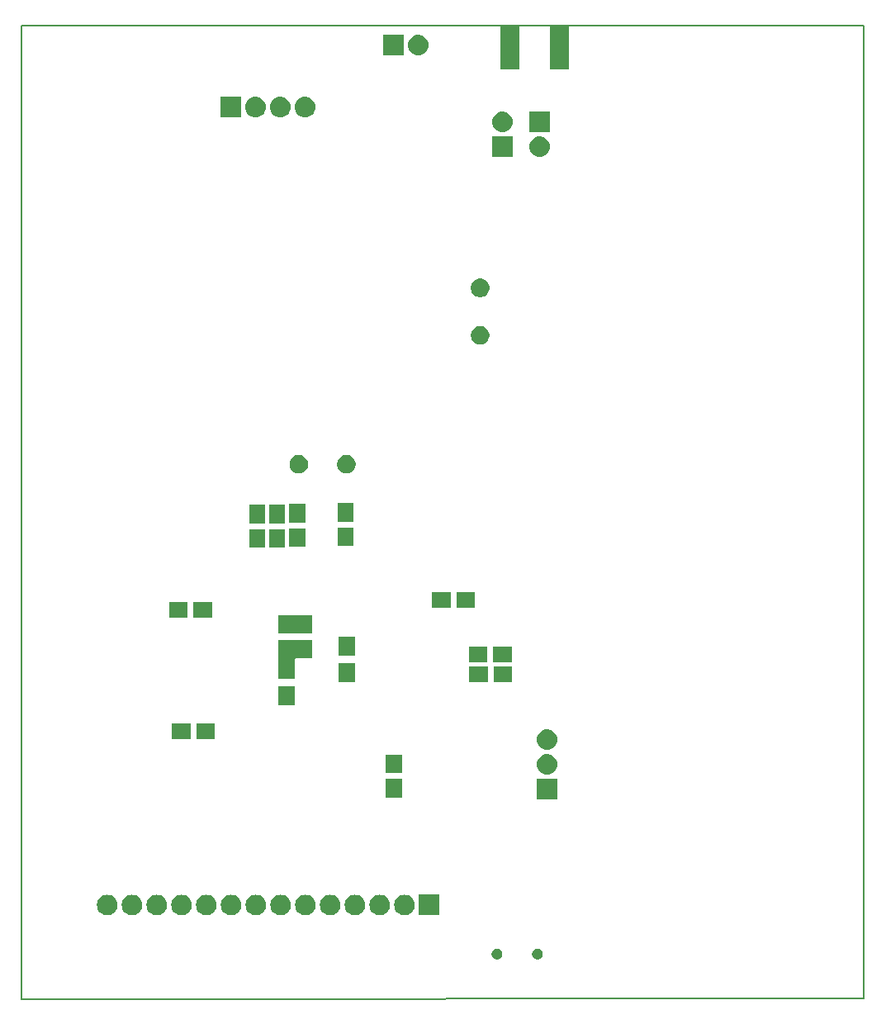
<source format=gbs>
G04 #@! TF.GenerationSoftware,KiCad,Pcbnew,(5.0.1)-3*
G04 #@! TF.CreationDate,2018-12-03T23:59:26+01:00*
G04 #@! TF.ProjectId,antennaanalyzernx,616E74656E6E61616E616C797A65726E,rev?*
G04 #@! TF.SameCoordinates,Original*
G04 #@! TF.FileFunction,Soldermask,Bot*
G04 #@! TF.FilePolarity,Negative*
%FSLAX46Y46*%
G04 Gerber Fmt 4.6, Leading zero omitted, Abs format (unit mm)*
G04 Created by KiCad (PCBNEW (5.0.1)-3) date 2018-12-03 23:59:26*
%MOMM*%
%LPD*%
G01*
G04 APERTURE LIST*
%ADD10C,0.150000*%
%ADD11C,0.100000*%
G04 APERTURE END LIST*
D10*
X21336000Y-119811800D02*
X21336000Y-19989800D01*
X107696000Y-119781800D02*
X21336000Y-119811800D01*
X107696000Y-19989800D02*
X107696000Y-119781800D01*
X21336000Y-19989800D02*
X107696000Y-19989800D01*
D11*
G36*
X74300590Y-114667845D02*
X74371429Y-114681936D01*
X74471523Y-114723397D01*
X74561607Y-114783589D01*
X74638211Y-114860193D01*
X74638213Y-114860196D01*
X74698403Y-114950277D01*
X74739864Y-115050371D01*
X74761000Y-115156630D01*
X74761000Y-115264970D01*
X74739864Y-115371229D01*
X74698403Y-115471323D01*
X74638211Y-115561407D01*
X74561607Y-115638011D01*
X74561604Y-115638013D01*
X74471523Y-115698203D01*
X74371429Y-115739664D01*
X74300590Y-115753755D01*
X74265171Y-115760800D01*
X74156829Y-115760800D01*
X74121410Y-115753755D01*
X74050571Y-115739664D01*
X73950477Y-115698203D01*
X73860396Y-115638013D01*
X73860393Y-115638011D01*
X73783789Y-115561407D01*
X73723597Y-115471323D01*
X73682136Y-115371229D01*
X73661000Y-115264970D01*
X73661000Y-115156630D01*
X73682136Y-115050371D01*
X73723597Y-114950277D01*
X73783787Y-114860196D01*
X73783789Y-114860193D01*
X73860393Y-114783589D01*
X73950477Y-114723397D01*
X74050571Y-114681936D01*
X74121410Y-114667845D01*
X74156829Y-114660800D01*
X74265171Y-114660800D01*
X74300590Y-114667845D01*
X74300590Y-114667845D01*
G37*
G36*
X70150590Y-114667845D02*
X70221429Y-114681936D01*
X70321523Y-114723397D01*
X70411607Y-114783589D01*
X70488211Y-114860193D01*
X70488213Y-114860196D01*
X70548403Y-114950277D01*
X70589864Y-115050371D01*
X70611000Y-115156630D01*
X70611000Y-115264970D01*
X70589864Y-115371229D01*
X70548403Y-115471323D01*
X70488211Y-115561407D01*
X70411607Y-115638011D01*
X70411604Y-115638013D01*
X70321523Y-115698203D01*
X70221429Y-115739664D01*
X70150590Y-115753755D01*
X70115171Y-115760800D01*
X70006829Y-115760800D01*
X69971410Y-115753755D01*
X69900571Y-115739664D01*
X69800477Y-115698203D01*
X69710396Y-115638013D01*
X69710393Y-115638011D01*
X69633789Y-115561407D01*
X69573597Y-115471323D01*
X69532136Y-115371229D01*
X69511000Y-115264970D01*
X69511000Y-115156630D01*
X69532136Y-115050371D01*
X69573597Y-114950277D01*
X69633787Y-114860196D01*
X69633789Y-114860193D01*
X69710393Y-114783589D01*
X69800477Y-114723397D01*
X69900571Y-114681936D01*
X69971410Y-114667845D01*
X70006829Y-114660800D01*
X70115171Y-114660800D01*
X70150590Y-114667845D01*
X70150590Y-114667845D01*
G37*
G36*
X58154707Y-109139396D02*
X58231836Y-109146993D01*
X58363787Y-109187020D01*
X58429763Y-109207033D01*
X58612172Y-109304533D01*
X58772054Y-109435746D01*
X58903267Y-109595628D01*
X59000767Y-109778037D01*
X59000767Y-109778038D01*
X59060807Y-109975964D01*
X59081080Y-110181800D01*
X59060807Y-110387636D01*
X59020780Y-110519587D01*
X59000767Y-110585563D01*
X58903267Y-110767972D01*
X58772054Y-110927854D01*
X58612172Y-111059067D01*
X58429763Y-111156567D01*
X58363787Y-111176580D01*
X58231836Y-111216607D01*
X58154707Y-111224204D01*
X58077580Y-111231800D01*
X57974420Y-111231800D01*
X57897293Y-111224204D01*
X57820164Y-111216607D01*
X57688213Y-111176580D01*
X57622237Y-111156567D01*
X57439828Y-111059067D01*
X57279946Y-110927854D01*
X57148733Y-110767972D01*
X57051233Y-110585563D01*
X57031220Y-110519587D01*
X56991193Y-110387636D01*
X56970920Y-110181800D01*
X56991193Y-109975964D01*
X57051233Y-109778038D01*
X57051233Y-109778037D01*
X57148733Y-109595628D01*
X57279946Y-109435746D01*
X57439828Y-109304533D01*
X57622237Y-109207033D01*
X57688213Y-109187020D01*
X57820164Y-109146993D01*
X57897293Y-109139396D01*
X57974420Y-109131800D01*
X58077580Y-109131800D01*
X58154707Y-109139396D01*
X58154707Y-109139396D01*
G37*
G36*
X32754707Y-109139396D02*
X32831836Y-109146993D01*
X32963787Y-109187020D01*
X33029763Y-109207033D01*
X33212172Y-109304533D01*
X33372054Y-109435746D01*
X33503267Y-109595628D01*
X33600767Y-109778037D01*
X33600767Y-109778038D01*
X33660807Y-109975964D01*
X33681080Y-110181800D01*
X33660807Y-110387636D01*
X33620780Y-110519587D01*
X33600767Y-110585563D01*
X33503267Y-110767972D01*
X33372054Y-110927854D01*
X33212172Y-111059067D01*
X33029763Y-111156567D01*
X32963787Y-111176580D01*
X32831836Y-111216607D01*
X32754707Y-111224204D01*
X32677580Y-111231800D01*
X32574420Y-111231800D01*
X32497293Y-111224204D01*
X32420164Y-111216607D01*
X32288213Y-111176580D01*
X32222237Y-111156567D01*
X32039828Y-111059067D01*
X31879946Y-110927854D01*
X31748733Y-110767972D01*
X31651233Y-110585563D01*
X31631220Y-110519587D01*
X31591193Y-110387636D01*
X31570920Y-110181800D01*
X31591193Y-109975964D01*
X31651233Y-109778038D01*
X31651233Y-109778037D01*
X31748733Y-109595628D01*
X31879946Y-109435746D01*
X32039828Y-109304533D01*
X32222237Y-109207033D01*
X32288213Y-109187020D01*
X32420164Y-109146993D01*
X32497293Y-109139396D01*
X32574420Y-109131800D01*
X32677580Y-109131800D01*
X32754707Y-109139396D01*
X32754707Y-109139396D01*
G37*
G36*
X35294707Y-109139396D02*
X35371836Y-109146993D01*
X35503787Y-109187020D01*
X35569763Y-109207033D01*
X35752172Y-109304533D01*
X35912054Y-109435746D01*
X36043267Y-109595628D01*
X36140767Y-109778037D01*
X36140767Y-109778038D01*
X36200807Y-109975964D01*
X36221080Y-110181800D01*
X36200807Y-110387636D01*
X36160780Y-110519587D01*
X36140767Y-110585563D01*
X36043267Y-110767972D01*
X35912054Y-110927854D01*
X35752172Y-111059067D01*
X35569763Y-111156567D01*
X35503787Y-111176580D01*
X35371836Y-111216607D01*
X35294707Y-111224204D01*
X35217580Y-111231800D01*
X35114420Y-111231800D01*
X35037293Y-111224204D01*
X34960164Y-111216607D01*
X34828213Y-111176580D01*
X34762237Y-111156567D01*
X34579828Y-111059067D01*
X34419946Y-110927854D01*
X34288733Y-110767972D01*
X34191233Y-110585563D01*
X34171220Y-110519587D01*
X34131193Y-110387636D01*
X34110920Y-110181800D01*
X34131193Y-109975964D01*
X34191233Y-109778038D01*
X34191233Y-109778037D01*
X34288733Y-109595628D01*
X34419946Y-109435746D01*
X34579828Y-109304533D01*
X34762237Y-109207033D01*
X34828213Y-109187020D01*
X34960164Y-109146993D01*
X35037293Y-109139396D01*
X35114420Y-109131800D01*
X35217580Y-109131800D01*
X35294707Y-109139396D01*
X35294707Y-109139396D01*
G37*
G36*
X37834707Y-109139396D02*
X37911836Y-109146993D01*
X38043787Y-109187020D01*
X38109763Y-109207033D01*
X38292172Y-109304533D01*
X38452054Y-109435746D01*
X38583267Y-109595628D01*
X38680767Y-109778037D01*
X38680767Y-109778038D01*
X38740807Y-109975964D01*
X38761080Y-110181800D01*
X38740807Y-110387636D01*
X38700780Y-110519587D01*
X38680767Y-110585563D01*
X38583267Y-110767972D01*
X38452054Y-110927854D01*
X38292172Y-111059067D01*
X38109763Y-111156567D01*
X38043787Y-111176580D01*
X37911836Y-111216607D01*
X37834707Y-111224204D01*
X37757580Y-111231800D01*
X37654420Y-111231800D01*
X37577293Y-111224204D01*
X37500164Y-111216607D01*
X37368213Y-111176580D01*
X37302237Y-111156567D01*
X37119828Y-111059067D01*
X36959946Y-110927854D01*
X36828733Y-110767972D01*
X36731233Y-110585563D01*
X36711220Y-110519587D01*
X36671193Y-110387636D01*
X36650920Y-110181800D01*
X36671193Y-109975964D01*
X36731233Y-109778038D01*
X36731233Y-109778037D01*
X36828733Y-109595628D01*
X36959946Y-109435746D01*
X37119828Y-109304533D01*
X37302237Y-109207033D01*
X37368213Y-109187020D01*
X37500164Y-109146993D01*
X37577293Y-109139396D01*
X37654420Y-109131800D01*
X37757580Y-109131800D01*
X37834707Y-109139396D01*
X37834707Y-109139396D01*
G37*
G36*
X40374707Y-109139396D02*
X40451836Y-109146993D01*
X40583787Y-109187020D01*
X40649763Y-109207033D01*
X40832172Y-109304533D01*
X40992054Y-109435746D01*
X41123267Y-109595628D01*
X41220767Y-109778037D01*
X41220767Y-109778038D01*
X41280807Y-109975964D01*
X41301080Y-110181800D01*
X41280807Y-110387636D01*
X41240780Y-110519587D01*
X41220767Y-110585563D01*
X41123267Y-110767972D01*
X40992054Y-110927854D01*
X40832172Y-111059067D01*
X40649763Y-111156567D01*
X40583787Y-111176580D01*
X40451836Y-111216607D01*
X40374707Y-111224204D01*
X40297580Y-111231800D01*
X40194420Y-111231800D01*
X40117293Y-111224204D01*
X40040164Y-111216607D01*
X39908213Y-111176580D01*
X39842237Y-111156567D01*
X39659828Y-111059067D01*
X39499946Y-110927854D01*
X39368733Y-110767972D01*
X39271233Y-110585563D01*
X39251220Y-110519587D01*
X39211193Y-110387636D01*
X39190920Y-110181800D01*
X39211193Y-109975964D01*
X39271233Y-109778038D01*
X39271233Y-109778037D01*
X39368733Y-109595628D01*
X39499946Y-109435746D01*
X39659828Y-109304533D01*
X39842237Y-109207033D01*
X39908213Y-109187020D01*
X40040164Y-109146993D01*
X40117293Y-109139396D01*
X40194420Y-109131800D01*
X40297580Y-109131800D01*
X40374707Y-109139396D01*
X40374707Y-109139396D01*
G37*
G36*
X42914707Y-109139396D02*
X42991836Y-109146993D01*
X43123787Y-109187020D01*
X43189763Y-109207033D01*
X43372172Y-109304533D01*
X43532054Y-109435746D01*
X43663267Y-109595628D01*
X43760767Y-109778037D01*
X43760767Y-109778038D01*
X43820807Y-109975964D01*
X43841080Y-110181800D01*
X43820807Y-110387636D01*
X43780780Y-110519587D01*
X43760767Y-110585563D01*
X43663267Y-110767972D01*
X43532054Y-110927854D01*
X43372172Y-111059067D01*
X43189763Y-111156567D01*
X43123787Y-111176580D01*
X42991836Y-111216607D01*
X42914707Y-111224204D01*
X42837580Y-111231800D01*
X42734420Y-111231800D01*
X42657293Y-111224204D01*
X42580164Y-111216607D01*
X42448213Y-111176580D01*
X42382237Y-111156567D01*
X42199828Y-111059067D01*
X42039946Y-110927854D01*
X41908733Y-110767972D01*
X41811233Y-110585563D01*
X41791220Y-110519587D01*
X41751193Y-110387636D01*
X41730920Y-110181800D01*
X41751193Y-109975964D01*
X41811233Y-109778038D01*
X41811233Y-109778037D01*
X41908733Y-109595628D01*
X42039946Y-109435746D01*
X42199828Y-109304533D01*
X42382237Y-109207033D01*
X42448213Y-109187020D01*
X42580164Y-109146993D01*
X42657293Y-109139396D01*
X42734420Y-109131800D01*
X42837580Y-109131800D01*
X42914707Y-109139396D01*
X42914707Y-109139396D01*
G37*
G36*
X45454707Y-109139396D02*
X45531836Y-109146993D01*
X45663787Y-109187020D01*
X45729763Y-109207033D01*
X45912172Y-109304533D01*
X46072054Y-109435746D01*
X46203267Y-109595628D01*
X46300767Y-109778037D01*
X46300767Y-109778038D01*
X46360807Y-109975964D01*
X46381080Y-110181800D01*
X46360807Y-110387636D01*
X46320780Y-110519587D01*
X46300767Y-110585563D01*
X46203267Y-110767972D01*
X46072054Y-110927854D01*
X45912172Y-111059067D01*
X45729763Y-111156567D01*
X45663787Y-111176580D01*
X45531836Y-111216607D01*
X45454707Y-111224204D01*
X45377580Y-111231800D01*
X45274420Y-111231800D01*
X45197293Y-111224204D01*
X45120164Y-111216607D01*
X44988213Y-111176580D01*
X44922237Y-111156567D01*
X44739828Y-111059067D01*
X44579946Y-110927854D01*
X44448733Y-110767972D01*
X44351233Y-110585563D01*
X44331220Y-110519587D01*
X44291193Y-110387636D01*
X44270920Y-110181800D01*
X44291193Y-109975964D01*
X44351233Y-109778038D01*
X44351233Y-109778037D01*
X44448733Y-109595628D01*
X44579946Y-109435746D01*
X44739828Y-109304533D01*
X44922237Y-109207033D01*
X44988213Y-109187020D01*
X45120164Y-109146993D01*
X45197293Y-109139396D01*
X45274420Y-109131800D01*
X45377580Y-109131800D01*
X45454707Y-109139396D01*
X45454707Y-109139396D01*
G37*
G36*
X47994707Y-109139396D02*
X48071836Y-109146993D01*
X48203787Y-109187020D01*
X48269763Y-109207033D01*
X48452172Y-109304533D01*
X48612054Y-109435746D01*
X48743267Y-109595628D01*
X48840767Y-109778037D01*
X48840767Y-109778038D01*
X48900807Y-109975964D01*
X48921080Y-110181800D01*
X48900807Y-110387636D01*
X48860780Y-110519587D01*
X48840767Y-110585563D01*
X48743267Y-110767972D01*
X48612054Y-110927854D01*
X48452172Y-111059067D01*
X48269763Y-111156567D01*
X48203787Y-111176580D01*
X48071836Y-111216607D01*
X47994707Y-111224204D01*
X47917580Y-111231800D01*
X47814420Y-111231800D01*
X47737293Y-111224204D01*
X47660164Y-111216607D01*
X47528213Y-111176580D01*
X47462237Y-111156567D01*
X47279828Y-111059067D01*
X47119946Y-110927854D01*
X46988733Y-110767972D01*
X46891233Y-110585563D01*
X46871220Y-110519587D01*
X46831193Y-110387636D01*
X46810920Y-110181800D01*
X46831193Y-109975964D01*
X46891233Y-109778038D01*
X46891233Y-109778037D01*
X46988733Y-109595628D01*
X47119946Y-109435746D01*
X47279828Y-109304533D01*
X47462237Y-109207033D01*
X47528213Y-109187020D01*
X47660164Y-109146993D01*
X47737293Y-109139396D01*
X47814420Y-109131800D01*
X47917580Y-109131800D01*
X47994707Y-109139396D01*
X47994707Y-109139396D01*
G37*
G36*
X50534707Y-109139396D02*
X50611836Y-109146993D01*
X50743787Y-109187020D01*
X50809763Y-109207033D01*
X50992172Y-109304533D01*
X51152054Y-109435746D01*
X51283267Y-109595628D01*
X51380767Y-109778037D01*
X51380767Y-109778038D01*
X51440807Y-109975964D01*
X51461080Y-110181800D01*
X51440807Y-110387636D01*
X51400780Y-110519587D01*
X51380767Y-110585563D01*
X51283267Y-110767972D01*
X51152054Y-110927854D01*
X50992172Y-111059067D01*
X50809763Y-111156567D01*
X50743787Y-111176580D01*
X50611836Y-111216607D01*
X50534707Y-111224204D01*
X50457580Y-111231800D01*
X50354420Y-111231800D01*
X50277293Y-111224204D01*
X50200164Y-111216607D01*
X50068213Y-111176580D01*
X50002237Y-111156567D01*
X49819828Y-111059067D01*
X49659946Y-110927854D01*
X49528733Y-110767972D01*
X49431233Y-110585563D01*
X49411220Y-110519587D01*
X49371193Y-110387636D01*
X49350920Y-110181800D01*
X49371193Y-109975964D01*
X49431233Y-109778038D01*
X49431233Y-109778037D01*
X49528733Y-109595628D01*
X49659946Y-109435746D01*
X49819828Y-109304533D01*
X50002237Y-109207033D01*
X50068213Y-109187020D01*
X50200164Y-109146993D01*
X50277293Y-109139396D01*
X50354420Y-109131800D01*
X50457580Y-109131800D01*
X50534707Y-109139396D01*
X50534707Y-109139396D01*
G37*
G36*
X53074707Y-109139396D02*
X53151836Y-109146993D01*
X53283787Y-109187020D01*
X53349763Y-109207033D01*
X53532172Y-109304533D01*
X53692054Y-109435746D01*
X53823267Y-109595628D01*
X53920767Y-109778037D01*
X53920767Y-109778038D01*
X53980807Y-109975964D01*
X54001080Y-110181800D01*
X53980807Y-110387636D01*
X53940780Y-110519587D01*
X53920767Y-110585563D01*
X53823267Y-110767972D01*
X53692054Y-110927854D01*
X53532172Y-111059067D01*
X53349763Y-111156567D01*
X53283787Y-111176580D01*
X53151836Y-111216607D01*
X53074707Y-111224204D01*
X52997580Y-111231800D01*
X52894420Y-111231800D01*
X52817293Y-111224204D01*
X52740164Y-111216607D01*
X52608213Y-111176580D01*
X52542237Y-111156567D01*
X52359828Y-111059067D01*
X52199946Y-110927854D01*
X52068733Y-110767972D01*
X51971233Y-110585563D01*
X51951220Y-110519587D01*
X51911193Y-110387636D01*
X51890920Y-110181800D01*
X51911193Y-109975964D01*
X51971233Y-109778038D01*
X51971233Y-109778037D01*
X52068733Y-109595628D01*
X52199946Y-109435746D01*
X52359828Y-109304533D01*
X52542237Y-109207033D01*
X52608213Y-109187020D01*
X52740164Y-109146993D01*
X52817293Y-109139396D01*
X52894420Y-109131800D01*
X52997580Y-109131800D01*
X53074707Y-109139396D01*
X53074707Y-109139396D01*
G37*
G36*
X55614707Y-109139396D02*
X55691836Y-109146993D01*
X55823787Y-109187020D01*
X55889763Y-109207033D01*
X56072172Y-109304533D01*
X56232054Y-109435746D01*
X56363267Y-109595628D01*
X56460767Y-109778037D01*
X56460767Y-109778038D01*
X56520807Y-109975964D01*
X56541080Y-110181800D01*
X56520807Y-110387636D01*
X56480780Y-110519587D01*
X56460767Y-110585563D01*
X56363267Y-110767972D01*
X56232054Y-110927854D01*
X56072172Y-111059067D01*
X55889763Y-111156567D01*
X55823787Y-111176580D01*
X55691836Y-111216607D01*
X55614707Y-111224204D01*
X55537580Y-111231800D01*
X55434420Y-111231800D01*
X55357293Y-111224204D01*
X55280164Y-111216607D01*
X55148213Y-111176580D01*
X55082237Y-111156567D01*
X54899828Y-111059067D01*
X54739946Y-110927854D01*
X54608733Y-110767972D01*
X54511233Y-110585563D01*
X54491220Y-110519587D01*
X54451193Y-110387636D01*
X54430920Y-110181800D01*
X54451193Y-109975964D01*
X54511233Y-109778038D01*
X54511233Y-109778037D01*
X54608733Y-109595628D01*
X54739946Y-109435746D01*
X54899828Y-109304533D01*
X55082237Y-109207033D01*
X55148213Y-109187020D01*
X55280164Y-109146993D01*
X55357293Y-109139396D01*
X55434420Y-109131800D01*
X55537580Y-109131800D01*
X55614707Y-109139396D01*
X55614707Y-109139396D01*
G37*
G36*
X60694707Y-109139396D02*
X60771836Y-109146993D01*
X60903787Y-109187020D01*
X60969763Y-109207033D01*
X61152172Y-109304533D01*
X61312054Y-109435746D01*
X61443267Y-109595628D01*
X61540767Y-109778037D01*
X61540767Y-109778038D01*
X61600807Y-109975964D01*
X61621080Y-110181800D01*
X61600807Y-110387636D01*
X61560780Y-110519587D01*
X61540767Y-110585563D01*
X61443267Y-110767972D01*
X61312054Y-110927854D01*
X61152172Y-111059067D01*
X60969763Y-111156567D01*
X60903787Y-111176580D01*
X60771836Y-111216607D01*
X60694707Y-111224204D01*
X60617580Y-111231800D01*
X60514420Y-111231800D01*
X60437293Y-111224204D01*
X60360164Y-111216607D01*
X60228213Y-111176580D01*
X60162237Y-111156567D01*
X59979828Y-111059067D01*
X59819946Y-110927854D01*
X59688733Y-110767972D01*
X59591233Y-110585563D01*
X59571220Y-110519587D01*
X59531193Y-110387636D01*
X59510920Y-110181800D01*
X59531193Y-109975964D01*
X59591233Y-109778038D01*
X59591233Y-109778037D01*
X59688733Y-109595628D01*
X59819946Y-109435746D01*
X59979828Y-109304533D01*
X60162237Y-109207033D01*
X60228213Y-109187020D01*
X60360164Y-109146993D01*
X60437293Y-109139396D01*
X60514420Y-109131800D01*
X60617580Y-109131800D01*
X60694707Y-109139396D01*
X60694707Y-109139396D01*
G37*
G36*
X64156000Y-111231800D02*
X62056000Y-111231800D01*
X62056000Y-109131800D01*
X64156000Y-109131800D01*
X64156000Y-111231800D01*
X64156000Y-111231800D01*
G37*
G36*
X30214707Y-109139396D02*
X30291836Y-109146993D01*
X30423787Y-109187020D01*
X30489763Y-109207033D01*
X30672172Y-109304533D01*
X30832054Y-109435746D01*
X30963267Y-109595628D01*
X31060767Y-109778037D01*
X31060767Y-109778038D01*
X31120807Y-109975964D01*
X31141080Y-110181800D01*
X31120807Y-110387636D01*
X31080780Y-110519587D01*
X31060767Y-110585563D01*
X30963267Y-110767972D01*
X30832054Y-110927854D01*
X30672172Y-111059067D01*
X30489763Y-111156567D01*
X30423787Y-111176580D01*
X30291836Y-111216607D01*
X30214707Y-111224204D01*
X30137580Y-111231800D01*
X30034420Y-111231800D01*
X29957293Y-111224204D01*
X29880164Y-111216607D01*
X29748213Y-111176580D01*
X29682237Y-111156567D01*
X29499828Y-111059067D01*
X29339946Y-110927854D01*
X29208733Y-110767972D01*
X29111233Y-110585563D01*
X29091220Y-110519587D01*
X29051193Y-110387636D01*
X29030920Y-110181800D01*
X29051193Y-109975964D01*
X29111233Y-109778038D01*
X29111233Y-109778037D01*
X29208733Y-109595628D01*
X29339946Y-109435746D01*
X29499828Y-109304533D01*
X29682237Y-109207033D01*
X29748213Y-109187020D01*
X29880164Y-109146993D01*
X29957293Y-109139396D01*
X30034420Y-109131800D01*
X30137580Y-109131800D01*
X30214707Y-109139396D01*
X30214707Y-109139396D01*
G37*
G36*
X76234000Y-99348000D02*
X74134000Y-99348000D01*
X74134000Y-97248000D01*
X76234000Y-97248000D01*
X76234000Y-99348000D01*
X76234000Y-99348000D01*
G37*
G36*
X60319500Y-99165800D02*
X58669500Y-99165800D01*
X58669500Y-97265800D01*
X60319500Y-97265800D01*
X60319500Y-99165800D01*
X60319500Y-99165800D01*
G37*
G36*
X75312707Y-94715597D02*
X75389836Y-94723193D01*
X75521787Y-94763220D01*
X75587763Y-94783233D01*
X75770172Y-94880733D01*
X75930054Y-95011946D01*
X76061267Y-95171828D01*
X76158767Y-95354237D01*
X76158767Y-95354238D01*
X76218807Y-95552164D01*
X76239080Y-95758000D01*
X76218807Y-95963836D01*
X76178780Y-96095787D01*
X76158767Y-96161763D01*
X76061267Y-96344172D01*
X75930054Y-96504054D01*
X75770172Y-96635267D01*
X75587763Y-96732767D01*
X75521787Y-96752780D01*
X75389836Y-96792807D01*
X75312707Y-96800403D01*
X75235580Y-96808000D01*
X75132420Y-96808000D01*
X75055293Y-96800403D01*
X74978164Y-96792807D01*
X74846213Y-96752780D01*
X74780237Y-96732767D01*
X74597828Y-96635267D01*
X74437946Y-96504054D01*
X74306733Y-96344172D01*
X74209233Y-96161763D01*
X74189220Y-96095787D01*
X74149193Y-95963836D01*
X74128920Y-95758000D01*
X74149193Y-95552164D01*
X74209233Y-95354238D01*
X74209233Y-95354237D01*
X74306733Y-95171828D01*
X74437946Y-95011946D01*
X74597828Y-94880733D01*
X74780237Y-94783233D01*
X74846213Y-94763220D01*
X74978164Y-94723193D01*
X75055293Y-94715597D01*
X75132420Y-94708000D01*
X75235580Y-94708000D01*
X75312707Y-94715597D01*
X75312707Y-94715597D01*
G37*
G36*
X60319500Y-96665800D02*
X58669500Y-96665800D01*
X58669500Y-94765800D01*
X60319500Y-94765800D01*
X60319500Y-96665800D01*
X60319500Y-96665800D01*
G37*
G36*
X75312707Y-92175596D02*
X75389836Y-92183193D01*
X75521787Y-92223220D01*
X75587763Y-92243233D01*
X75770172Y-92340733D01*
X75930054Y-92471946D01*
X76061267Y-92631828D01*
X76158767Y-92814237D01*
X76158767Y-92814238D01*
X76218807Y-93012164D01*
X76239080Y-93218000D01*
X76218807Y-93423836D01*
X76178780Y-93555787D01*
X76158767Y-93621763D01*
X76061267Y-93804172D01*
X75930054Y-93964054D01*
X75770172Y-94095267D01*
X75587763Y-94192767D01*
X75521787Y-94212780D01*
X75389836Y-94252807D01*
X75312707Y-94260403D01*
X75235580Y-94268000D01*
X75132420Y-94268000D01*
X75055293Y-94260403D01*
X74978164Y-94252807D01*
X74846213Y-94212780D01*
X74780237Y-94192767D01*
X74597828Y-94095267D01*
X74437946Y-93964054D01*
X74306733Y-93804172D01*
X74209233Y-93621763D01*
X74189220Y-93555787D01*
X74149193Y-93423836D01*
X74128920Y-93218000D01*
X74149193Y-93012164D01*
X74209233Y-92814238D01*
X74209233Y-92814237D01*
X74306733Y-92631828D01*
X74437946Y-92471946D01*
X74597828Y-92340733D01*
X74780237Y-92243233D01*
X74846213Y-92223220D01*
X74978164Y-92183193D01*
X75055293Y-92175596D01*
X75132420Y-92168000D01*
X75235580Y-92168000D01*
X75312707Y-92175596D01*
X75312707Y-92175596D01*
G37*
G36*
X41140500Y-93198800D02*
X39240500Y-93198800D01*
X39240500Y-91548800D01*
X41140500Y-91548800D01*
X41140500Y-93198800D01*
X41140500Y-93198800D01*
G37*
G36*
X38640500Y-93198800D02*
X36740500Y-93198800D01*
X36740500Y-91548800D01*
X38640500Y-91548800D01*
X38640500Y-93198800D01*
X38640500Y-93198800D01*
G37*
G36*
X49336000Y-89681800D02*
X47636000Y-89681800D01*
X47636000Y-87781800D01*
X49336000Y-87781800D01*
X49336000Y-89681800D01*
X49336000Y-89681800D01*
G37*
G36*
X69120500Y-87356800D02*
X67220500Y-87356800D01*
X67220500Y-85706800D01*
X69120500Y-85706800D01*
X69120500Y-87356800D01*
X69120500Y-87356800D01*
G37*
G36*
X71620500Y-87356800D02*
X69720500Y-87356800D01*
X69720500Y-85706800D01*
X71620500Y-85706800D01*
X71620500Y-87356800D01*
X71620500Y-87356800D01*
G37*
G36*
X55485400Y-87317600D02*
X53785400Y-87317600D01*
X53785400Y-85417600D01*
X55485400Y-85417600D01*
X55485400Y-87317600D01*
X55485400Y-87317600D01*
G37*
G36*
X51112000Y-84878300D02*
X49461000Y-84878300D01*
X49436614Y-84880702D01*
X49413165Y-84887815D01*
X49391554Y-84899366D01*
X49372612Y-84914912D01*
X49357066Y-84933854D01*
X49345515Y-84955465D01*
X49338402Y-84978914D01*
X49336000Y-85003300D01*
X49336000Y-86981800D01*
X47636000Y-86981800D01*
X47636000Y-85003300D01*
X47633598Y-84978914D01*
X47626485Y-84955465D01*
X47620500Y-84944268D01*
X47620500Y-82978300D01*
X51112000Y-82978300D01*
X51112000Y-84878300D01*
X51112000Y-84878300D01*
G37*
G36*
X71565501Y-85310799D02*
X69665501Y-85310799D01*
X69665501Y-83660799D01*
X71565501Y-83660799D01*
X71565501Y-85310799D01*
X71565501Y-85310799D01*
G37*
G36*
X69065501Y-85310799D02*
X67165501Y-85310799D01*
X67165501Y-83660799D01*
X69065501Y-83660799D01*
X69065501Y-85310799D01*
X69065501Y-85310799D01*
G37*
G36*
X55485400Y-84617600D02*
X53785400Y-84617600D01*
X53785400Y-82717600D01*
X55485400Y-82717600D01*
X55485400Y-84617600D01*
X55485400Y-84617600D01*
G37*
G36*
X51112000Y-82378300D02*
X47620500Y-82378300D01*
X47620500Y-80478300D01*
X51112000Y-80478300D01*
X51112000Y-82378300D01*
X51112000Y-82378300D01*
G37*
G36*
X38346500Y-80752800D02*
X36446500Y-80752800D01*
X36446500Y-79102800D01*
X38346500Y-79102800D01*
X38346500Y-80752800D01*
X38346500Y-80752800D01*
G37*
G36*
X40846500Y-80752800D02*
X38946500Y-80752800D01*
X38946500Y-79102800D01*
X40846500Y-79102800D01*
X40846500Y-80752800D01*
X40846500Y-80752800D01*
G37*
G36*
X65310500Y-79736800D02*
X63410500Y-79736800D01*
X63410500Y-78086800D01*
X65310500Y-78086800D01*
X65310500Y-79736800D01*
X65310500Y-79736800D01*
G37*
G36*
X67810500Y-79736800D02*
X65910500Y-79736800D01*
X65910500Y-78086800D01*
X67810500Y-78086800D01*
X67810500Y-79736800D01*
X67810500Y-79736800D01*
G37*
G36*
X46298622Y-73542588D02*
X44648622Y-73542588D01*
X44648622Y-71642588D01*
X46298622Y-71642588D01*
X46298622Y-73542588D01*
X46298622Y-73542588D01*
G37*
G36*
X48330622Y-73542588D02*
X46680622Y-73542588D01*
X46680622Y-71642588D01*
X48330622Y-71642588D01*
X48330622Y-73542588D01*
X48330622Y-73542588D01*
G37*
G36*
X50413500Y-73471800D02*
X48763500Y-73471800D01*
X48763500Y-71571800D01*
X50413500Y-71571800D01*
X50413500Y-73471800D01*
X50413500Y-73471800D01*
G37*
G36*
X55366500Y-73384800D02*
X53716500Y-73384800D01*
X53716500Y-71484800D01*
X55366500Y-71484800D01*
X55366500Y-73384800D01*
X55366500Y-73384800D01*
G37*
G36*
X48330622Y-71042588D02*
X46680622Y-71042588D01*
X46680622Y-69142588D01*
X48330622Y-69142588D01*
X48330622Y-71042588D01*
X48330622Y-71042588D01*
G37*
G36*
X46298622Y-71042588D02*
X44648622Y-71042588D01*
X44648622Y-69142588D01*
X46298622Y-69142588D01*
X46298622Y-71042588D01*
X46298622Y-71042588D01*
G37*
G36*
X50413500Y-70971800D02*
X48763500Y-70971800D01*
X48763500Y-69071800D01*
X50413500Y-69071800D01*
X50413500Y-70971800D01*
X50413500Y-70971800D01*
G37*
G36*
X55366500Y-70884800D02*
X53716500Y-70884800D01*
X53716500Y-68984800D01*
X55366500Y-68984800D01*
X55366500Y-70884800D01*
X55366500Y-70884800D01*
G37*
G36*
X54744451Y-64064427D02*
X54882105Y-64091808D01*
X55054994Y-64163421D01*
X55210590Y-64267387D01*
X55342913Y-64399710D01*
X55446879Y-64555306D01*
X55518492Y-64728195D01*
X55555000Y-64911733D01*
X55555000Y-65098867D01*
X55518492Y-65282405D01*
X55446879Y-65455294D01*
X55342913Y-65610890D01*
X55210590Y-65743213D01*
X55054994Y-65847179D01*
X54882105Y-65918792D01*
X54744452Y-65946173D01*
X54698568Y-65955300D01*
X54511432Y-65955300D01*
X54465548Y-65946173D01*
X54327895Y-65918792D01*
X54155006Y-65847179D01*
X53999410Y-65743213D01*
X53867087Y-65610890D01*
X53763121Y-65455294D01*
X53691508Y-65282405D01*
X53655000Y-65098867D01*
X53655000Y-64911733D01*
X53691508Y-64728195D01*
X53763121Y-64555306D01*
X53867087Y-64399710D01*
X53999410Y-64267387D01*
X54155006Y-64163421D01*
X54327895Y-64091808D01*
X54465549Y-64064427D01*
X54511432Y-64055300D01*
X54698568Y-64055300D01*
X54744451Y-64064427D01*
X54744451Y-64064427D01*
G37*
G36*
X49864451Y-64064427D02*
X50002105Y-64091808D01*
X50174994Y-64163421D01*
X50330590Y-64267387D01*
X50462913Y-64399710D01*
X50566879Y-64555306D01*
X50638492Y-64728195D01*
X50675000Y-64911733D01*
X50675000Y-65098867D01*
X50638492Y-65282405D01*
X50566879Y-65455294D01*
X50462913Y-65610890D01*
X50330590Y-65743213D01*
X50174994Y-65847179D01*
X50002105Y-65918792D01*
X49864452Y-65946173D01*
X49818568Y-65955300D01*
X49631432Y-65955300D01*
X49585548Y-65946173D01*
X49447895Y-65918792D01*
X49275006Y-65847179D01*
X49119410Y-65743213D01*
X48987087Y-65610890D01*
X48883121Y-65455294D01*
X48811508Y-65282405D01*
X48775000Y-65098867D01*
X48775000Y-64911733D01*
X48811508Y-64728195D01*
X48883121Y-64555306D01*
X48987087Y-64399710D01*
X49119410Y-64267387D01*
X49275006Y-64163421D01*
X49447895Y-64091808D01*
X49585549Y-64064427D01*
X49631432Y-64055300D01*
X49818568Y-64055300D01*
X49864451Y-64064427D01*
X49864451Y-64064427D01*
G37*
G36*
X68465452Y-50852927D02*
X68603105Y-50880308D01*
X68775994Y-50951921D01*
X68931590Y-51055887D01*
X69063913Y-51188210D01*
X69167879Y-51343806D01*
X69239492Y-51516695D01*
X69276000Y-51700233D01*
X69276000Y-51887367D01*
X69239492Y-52070905D01*
X69167879Y-52243794D01*
X69063913Y-52399390D01*
X68931590Y-52531713D01*
X68775994Y-52635679D01*
X68603105Y-52707292D01*
X68465452Y-52734673D01*
X68419568Y-52743800D01*
X68232432Y-52743800D01*
X68186548Y-52734673D01*
X68048895Y-52707292D01*
X67876006Y-52635679D01*
X67720410Y-52531713D01*
X67588087Y-52399390D01*
X67484121Y-52243794D01*
X67412508Y-52070905D01*
X67376000Y-51887367D01*
X67376000Y-51700233D01*
X67412508Y-51516695D01*
X67484121Y-51343806D01*
X67588087Y-51188210D01*
X67720410Y-51055887D01*
X67876006Y-50951921D01*
X68048895Y-50880308D01*
X68186548Y-50852927D01*
X68232432Y-50843800D01*
X68419568Y-50843800D01*
X68465452Y-50852927D01*
X68465452Y-50852927D01*
G37*
G36*
X68465451Y-45972927D02*
X68603105Y-46000308D01*
X68775994Y-46071921D01*
X68931590Y-46175887D01*
X69063913Y-46308210D01*
X69167879Y-46463806D01*
X69239492Y-46636695D01*
X69276000Y-46820233D01*
X69276000Y-47007367D01*
X69239492Y-47190905D01*
X69167879Y-47363794D01*
X69063913Y-47519390D01*
X68931590Y-47651713D01*
X68775994Y-47755679D01*
X68603105Y-47827292D01*
X68465452Y-47854673D01*
X68419568Y-47863800D01*
X68232432Y-47863800D01*
X68186548Y-47854673D01*
X68048895Y-47827292D01*
X67876006Y-47755679D01*
X67720410Y-47651713D01*
X67588087Y-47519390D01*
X67484121Y-47363794D01*
X67412508Y-47190905D01*
X67376000Y-47007367D01*
X67376000Y-46820233D01*
X67412508Y-46636695D01*
X67484121Y-46463806D01*
X67588087Y-46308210D01*
X67720410Y-46175887D01*
X67876006Y-46071921D01*
X68048895Y-46000308D01*
X68186549Y-45972927D01*
X68232432Y-45963800D01*
X68419568Y-45963800D01*
X68465451Y-45972927D01*
X68465451Y-45972927D01*
G37*
G36*
X71662000Y-33485800D02*
X69562000Y-33485800D01*
X69562000Y-31385800D01*
X71662000Y-31385800D01*
X71662000Y-33485800D01*
X71662000Y-33485800D01*
G37*
G36*
X74550707Y-31393396D02*
X74627836Y-31400993D01*
X74759787Y-31441020D01*
X74825763Y-31461033D01*
X75008172Y-31558533D01*
X75168054Y-31689746D01*
X75299267Y-31849628D01*
X75396767Y-32032037D01*
X75396767Y-32032038D01*
X75456807Y-32229964D01*
X75477080Y-32435800D01*
X75456807Y-32641636D01*
X75416780Y-32773587D01*
X75396767Y-32839563D01*
X75299267Y-33021972D01*
X75168054Y-33181854D01*
X75008172Y-33313067D01*
X74825763Y-33410567D01*
X74759787Y-33430580D01*
X74627836Y-33470607D01*
X74550707Y-33478203D01*
X74473580Y-33485800D01*
X74370420Y-33485800D01*
X74293293Y-33478203D01*
X74216164Y-33470607D01*
X74084213Y-33430580D01*
X74018237Y-33410567D01*
X73835828Y-33313067D01*
X73675946Y-33181854D01*
X73544733Y-33021972D01*
X73447233Y-32839563D01*
X73427220Y-32773587D01*
X73387193Y-32641636D01*
X73366920Y-32435800D01*
X73387193Y-32229964D01*
X73447233Y-32032038D01*
X73447233Y-32032037D01*
X73544733Y-31849628D01*
X73675946Y-31689746D01*
X73835828Y-31558533D01*
X74018237Y-31461033D01*
X74084213Y-31441020D01*
X74216164Y-31400993D01*
X74293293Y-31393396D01*
X74370420Y-31385800D01*
X74473580Y-31385800D01*
X74550707Y-31393396D01*
X74550707Y-31393396D01*
G37*
G36*
X75472000Y-30945800D02*
X73372000Y-30945800D01*
X73372000Y-28845800D01*
X75472000Y-28845800D01*
X75472000Y-30945800D01*
X75472000Y-30945800D01*
G37*
G36*
X70740707Y-28853397D02*
X70817836Y-28860993D01*
X70949787Y-28901020D01*
X71015763Y-28921033D01*
X71198172Y-29018533D01*
X71358054Y-29149746D01*
X71489267Y-29309628D01*
X71586767Y-29492037D01*
X71586767Y-29492038D01*
X71646807Y-29689964D01*
X71667080Y-29895800D01*
X71646807Y-30101636D01*
X71606780Y-30233587D01*
X71586767Y-30299563D01*
X71489267Y-30481972D01*
X71358054Y-30641854D01*
X71198172Y-30773067D01*
X71015763Y-30870567D01*
X70949787Y-30890580D01*
X70817836Y-30930607D01*
X70740707Y-30938203D01*
X70663580Y-30945800D01*
X70560420Y-30945800D01*
X70483293Y-30938203D01*
X70406164Y-30930607D01*
X70274213Y-30890580D01*
X70208237Y-30870567D01*
X70025828Y-30773067D01*
X69865946Y-30641854D01*
X69734733Y-30481972D01*
X69637233Y-30299563D01*
X69617220Y-30233587D01*
X69577193Y-30101636D01*
X69556920Y-29895800D01*
X69577193Y-29689964D01*
X69637233Y-29492038D01*
X69637233Y-29492037D01*
X69734733Y-29309628D01*
X69865946Y-29149746D01*
X70025828Y-29018533D01*
X70208237Y-28921033D01*
X70274213Y-28901020D01*
X70406164Y-28860993D01*
X70483293Y-28853397D01*
X70560420Y-28845800D01*
X70663580Y-28845800D01*
X70740707Y-28853397D01*
X70740707Y-28853397D01*
G37*
G36*
X45414707Y-27339397D02*
X45491836Y-27346993D01*
X45623787Y-27387020D01*
X45689763Y-27407033D01*
X45872172Y-27504533D01*
X46032054Y-27635746D01*
X46163267Y-27795628D01*
X46260767Y-27978037D01*
X46260767Y-27978038D01*
X46320807Y-28175964D01*
X46341080Y-28381800D01*
X46320807Y-28587636D01*
X46280780Y-28719587D01*
X46260767Y-28785563D01*
X46163267Y-28967972D01*
X46032054Y-29127854D01*
X45872172Y-29259067D01*
X45689763Y-29356567D01*
X45623787Y-29376580D01*
X45491836Y-29416607D01*
X45414707Y-29424204D01*
X45337580Y-29431800D01*
X45234420Y-29431800D01*
X45157293Y-29424204D01*
X45080164Y-29416607D01*
X44948213Y-29376580D01*
X44882237Y-29356567D01*
X44699828Y-29259067D01*
X44539946Y-29127854D01*
X44408733Y-28967972D01*
X44311233Y-28785563D01*
X44291220Y-28719587D01*
X44251193Y-28587636D01*
X44230920Y-28381800D01*
X44251193Y-28175964D01*
X44311233Y-27978038D01*
X44311233Y-27978037D01*
X44408733Y-27795628D01*
X44539946Y-27635746D01*
X44699828Y-27504533D01*
X44882237Y-27407033D01*
X44948213Y-27387020D01*
X45080164Y-27346993D01*
X45157293Y-27339397D01*
X45234420Y-27331800D01*
X45337580Y-27331800D01*
X45414707Y-27339397D01*
X45414707Y-27339397D01*
G37*
G36*
X47954707Y-27339397D02*
X48031836Y-27346993D01*
X48163787Y-27387020D01*
X48229763Y-27407033D01*
X48412172Y-27504533D01*
X48572054Y-27635746D01*
X48703267Y-27795628D01*
X48800767Y-27978037D01*
X48800767Y-27978038D01*
X48860807Y-28175964D01*
X48881080Y-28381800D01*
X48860807Y-28587636D01*
X48820780Y-28719587D01*
X48800767Y-28785563D01*
X48703267Y-28967972D01*
X48572054Y-29127854D01*
X48412172Y-29259067D01*
X48229763Y-29356567D01*
X48163787Y-29376580D01*
X48031836Y-29416607D01*
X47954707Y-29424204D01*
X47877580Y-29431800D01*
X47774420Y-29431800D01*
X47697293Y-29424204D01*
X47620164Y-29416607D01*
X47488213Y-29376580D01*
X47422237Y-29356567D01*
X47239828Y-29259067D01*
X47079946Y-29127854D01*
X46948733Y-28967972D01*
X46851233Y-28785563D01*
X46831220Y-28719587D01*
X46791193Y-28587636D01*
X46770920Y-28381800D01*
X46791193Y-28175964D01*
X46851233Y-27978038D01*
X46851233Y-27978037D01*
X46948733Y-27795628D01*
X47079946Y-27635746D01*
X47239828Y-27504533D01*
X47422237Y-27407033D01*
X47488213Y-27387020D01*
X47620164Y-27346993D01*
X47697293Y-27339397D01*
X47774420Y-27331800D01*
X47877580Y-27331800D01*
X47954707Y-27339397D01*
X47954707Y-27339397D01*
G37*
G36*
X50494707Y-27339397D02*
X50571836Y-27346993D01*
X50703787Y-27387020D01*
X50769763Y-27407033D01*
X50952172Y-27504533D01*
X51112054Y-27635746D01*
X51243267Y-27795628D01*
X51340767Y-27978037D01*
X51340767Y-27978038D01*
X51400807Y-28175964D01*
X51421080Y-28381800D01*
X51400807Y-28587636D01*
X51360780Y-28719587D01*
X51340767Y-28785563D01*
X51243267Y-28967972D01*
X51112054Y-29127854D01*
X50952172Y-29259067D01*
X50769763Y-29356567D01*
X50703787Y-29376580D01*
X50571836Y-29416607D01*
X50494707Y-29424204D01*
X50417580Y-29431800D01*
X50314420Y-29431800D01*
X50237293Y-29424204D01*
X50160164Y-29416607D01*
X50028213Y-29376580D01*
X49962237Y-29356567D01*
X49779828Y-29259067D01*
X49619946Y-29127854D01*
X49488733Y-28967972D01*
X49391233Y-28785563D01*
X49371220Y-28719587D01*
X49331193Y-28587636D01*
X49310920Y-28381800D01*
X49331193Y-28175964D01*
X49391233Y-27978038D01*
X49391233Y-27978037D01*
X49488733Y-27795628D01*
X49619946Y-27635746D01*
X49779828Y-27504533D01*
X49962237Y-27407033D01*
X50028213Y-27387020D01*
X50160164Y-27346993D01*
X50237293Y-27339397D01*
X50314420Y-27331800D01*
X50417580Y-27331800D01*
X50494707Y-27339397D01*
X50494707Y-27339397D01*
G37*
G36*
X43796000Y-29431800D02*
X41696000Y-29431800D01*
X41696000Y-27331800D01*
X43796000Y-27331800D01*
X43796000Y-29431800D01*
X43796000Y-29431800D01*
G37*
G36*
X72336000Y-24507800D02*
X70412000Y-24507800D01*
X70412000Y-20043800D01*
X72336000Y-20043800D01*
X72336000Y-24507800D01*
X72336000Y-24507800D01*
G37*
G36*
X77416000Y-24507800D02*
X75492000Y-24507800D01*
X75492000Y-20043800D01*
X77416000Y-20043800D01*
X77416000Y-24507800D01*
X77416000Y-24507800D01*
G37*
G36*
X62104707Y-20979397D02*
X62181836Y-20986993D01*
X62313787Y-21027020D01*
X62379763Y-21047033D01*
X62562172Y-21144533D01*
X62722054Y-21275746D01*
X62853267Y-21435628D01*
X62950767Y-21618037D01*
X62950767Y-21618038D01*
X63010807Y-21815964D01*
X63031080Y-22021800D01*
X63010807Y-22227636D01*
X62970780Y-22359587D01*
X62950767Y-22425563D01*
X62853267Y-22607972D01*
X62722054Y-22767854D01*
X62562172Y-22899067D01*
X62379763Y-22996567D01*
X62313787Y-23016580D01*
X62181836Y-23056607D01*
X62104707Y-23064204D01*
X62027580Y-23071800D01*
X61924420Y-23071800D01*
X61847293Y-23064204D01*
X61770164Y-23056607D01*
X61638213Y-23016580D01*
X61572237Y-22996567D01*
X61389828Y-22899067D01*
X61229946Y-22767854D01*
X61098733Y-22607972D01*
X61001233Y-22425563D01*
X60981220Y-22359587D01*
X60941193Y-22227636D01*
X60920920Y-22021800D01*
X60941193Y-21815964D01*
X61001233Y-21618038D01*
X61001233Y-21618037D01*
X61098733Y-21435628D01*
X61229946Y-21275746D01*
X61389828Y-21144533D01*
X61572237Y-21047033D01*
X61638213Y-21027020D01*
X61770164Y-20986993D01*
X61847293Y-20979397D01*
X61924420Y-20971800D01*
X62027580Y-20971800D01*
X62104707Y-20979397D01*
X62104707Y-20979397D01*
G37*
G36*
X60486000Y-23071800D02*
X58386000Y-23071800D01*
X58386000Y-20971800D01*
X60486000Y-20971800D01*
X60486000Y-23071800D01*
X60486000Y-23071800D01*
G37*
M02*

</source>
